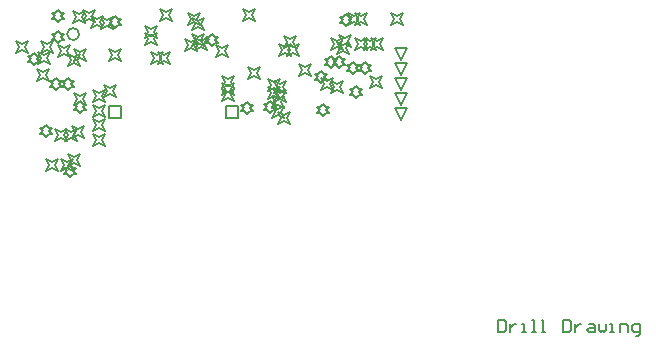
<source format=gbr>
G04 Layer_Color=2752767*
%FSLAX45Y45*%
%MOMM*%
%TF.FileFunction,Drawing*%
%TF.Part,Single*%
%TFFileComment,The blind Vias under BGA and Other Pads are Via-In-Pad (VIP)*%
G01*
G75*
%TA.AperFunction,NonConductor*%
%ADD39C,0.15000*%
%ADD155C,0.12700*%
%ADD156C,0.16933*%
D39*
X3599430Y-2422042D02*
Y-2522009D01*
X3649414D01*
X3666075Y-2505348D01*
Y-2438703D01*
X3649414Y-2422042D01*
X3599430D01*
X3699398Y-2455364D02*
Y-2522009D01*
Y-2488687D01*
X3716060Y-2472026D01*
X3732721Y-2455364D01*
X3749382D01*
X3799366Y-2522009D02*
X3832689D01*
X3816027D01*
Y-2455364D01*
X3799366D01*
X3882672Y-2522009D02*
X3915995D01*
X3899334D01*
Y-2422042D01*
X3882672D01*
X3965979Y-2522009D02*
X3999301D01*
X3982640D01*
Y-2422042D01*
X3965979D01*
X4149253D02*
Y-2522009D01*
X4199237D01*
X4215898Y-2505348D01*
Y-2438703D01*
X4199237Y-2422042D01*
X4149253D01*
X4249221Y-2455364D02*
Y-2522009D01*
Y-2488687D01*
X4265882Y-2472026D01*
X4282543Y-2455364D01*
X4299205D01*
X4365850D02*
X4399173D01*
X4415834Y-2472026D01*
Y-2522009D01*
X4365850D01*
X4349189Y-2505348D01*
X4365850Y-2488687D01*
X4415834D01*
X4449156Y-2455364D02*
Y-2505348D01*
X4465818Y-2522009D01*
X4482479Y-2505348D01*
X4499140Y-2522009D01*
X4515801Y-2505348D01*
Y-2455364D01*
X4549124Y-2522009D02*
X4582447D01*
X4565786D01*
Y-2455364D01*
X4549124D01*
X4632431Y-2522009D02*
Y-2455364D01*
X4682415D01*
X4699076Y-2472026D01*
Y-2522009D01*
X4765721Y-2555332D02*
X4782382D01*
X4799043Y-2538671D01*
Y-2455364D01*
X4749060D01*
X4732398Y-2472026D01*
Y-2505348D01*
X4749060Y-2522009D01*
X4799043D01*
D155*
X1293831Y-714410D02*
Y-612810D01*
X1395431D01*
Y-714410D01*
X1293831D01*
X305830D02*
Y-612810D01*
X407430D01*
Y-714410D01*
X305830D01*
X2775565Y-217945D02*
X2724765Y-116345D01*
X2826365D01*
X2775565Y-217945D01*
Y-344945D02*
X2724765Y-243345D01*
X2826365D01*
X2775565Y-344945D01*
Y-471945D02*
X2724765Y-370345D01*
X2826365D01*
X2775565Y-471945D01*
Y-598945D02*
X2724765Y-497345D01*
X2826365D01*
X2775565Y-598945D01*
Y-725945D02*
X2724765Y-624345D01*
X2826365D01*
X2775565Y-725945D01*
X2253200Y-289900D02*
X2278600Y-264500D01*
X2304000D01*
X2278600Y-239100D01*
X2304000Y-213700D01*
X2278600D01*
X2253200Y-188300D01*
X2227800Y-213700D01*
X2202400D01*
X2227800Y-239100D01*
X2202400Y-264500D01*
X2227800D01*
X2253200Y-289900D01*
X-45171Y-272819D02*
X-19771Y-222019D01*
X-45171Y-171219D01*
X5629Y-196619D01*
X56429Y-171219D01*
X31029Y-222019D01*
X56429Y-272819D01*
X5629Y-247419D01*
X-45171Y-272819D01*
X350629Y55586D02*
X376029Y80986D01*
X401429D01*
X376029Y106386D01*
X401429Y131786D01*
X376029D01*
X350629Y157186D01*
X325229Y131786D01*
X299829D01*
X325229Y106386D01*
X299829Y80986D01*
X325229D01*
X350629Y55586D01*
X83300Y100500D02*
X108700Y151300D01*
X83300Y202100D01*
X134100Y176700D01*
X184900Y202100D01*
X159500Y151300D01*
X184900Y100500D01*
X134100Y125900D01*
X83300Y100500D01*
X257900Y-529400D02*
X283300Y-478600D01*
X257900Y-427800D01*
X308700Y-453200D01*
X359500Y-427800D01*
X334100Y-478600D01*
X359500Y-529400D01*
X308700Y-504000D01*
X257900Y-529400D01*
X609829Y-35854D02*
X635229Y14946D01*
X609829Y65746D01*
X660629Y40346D01*
X711429Y65746D01*
X686029Y14946D01*
X711429Y-35854D01*
X660629Y-10454D01*
X609829Y-35854D01*
Y-88994D02*
X635229Y-38194D01*
X609829Y12606D01*
X660629Y-12794D01*
X711429Y12606D01*
X686029Y-38194D01*
X711429Y-88994D01*
X660629Y-63594D01*
X609829Y-88994D01*
X2464276Y-135993D02*
X2489676Y-85193D01*
X2464276Y-34393D01*
X2515076Y-59793D01*
X2565876Y-34393D01*
X2540476Y-85193D01*
X2565876Y-135993D01*
X2515076Y-110593D01*
X2464276Y-135993D01*
X2384629Y-136844D02*
X2410029Y-86044D01*
X2384629Y-35244D01*
X2435429Y-60644D01*
X2486229Y-35244D01*
X2460829Y-86044D01*
X2486229Y-136844D01*
X2435429Y-111444D01*
X2384629Y-136844D01*
X2521085Y-135853D02*
X2546485Y-85053D01*
X2521085Y-34253D01*
X2571885Y-59653D01*
X2622685Y-34253D01*
X2597285Y-85053D01*
X2622685Y-135853D01*
X2571885Y-110453D01*
X2521085Y-135853D01*
X2252549Y-107441D02*
X2277949Y-56641D01*
X2252549Y-5841D01*
X2303349Y-31241D01*
X2354149Y-5841D01*
X2328749Y-56641D01*
X2354149Y-107441D01*
X2303349Y-82041D01*
X2252549Y-107441D01*
X2230652Y-172129D02*
X2256052Y-121329D01*
X2230652Y-70529D01*
X2281452Y-95929D01*
X2332252Y-70529D01*
X2306852Y-121329D01*
X2332252Y-172129D01*
X2281452Y-146729D01*
X2230652Y-172129D01*
X2310000Y72200D02*
X2335400Y97600D01*
X2360800D01*
X2335400Y123000D01*
X2360800Y148400D01*
X2335400D01*
X2310000Y173800D01*
X2284600Y148400D01*
X2259200D01*
X2284600Y123000D01*
X2259200Y97600D01*
X2284600D01*
X2310000Y72200D01*
X1434421Y113831D02*
X1459821Y164631D01*
X1434421Y215431D01*
X1485221Y190031D01*
X1536021Y215431D01*
X1510621Y164631D01*
X1536021Y113831D01*
X1485221Y139231D01*
X1434421Y113831D01*
X1209400Y-193163D02*
X1234800Y-142363D01*
X1209400Y-91563D01*
X1260200Y-116963D01*
X1311000Y-91563D01*
X1285600Y-142363D01*
X1311000Y-193163D01*
X1260200Y-167763D01*
X1209400Y-193163D01*
X975688Y78483D02*
X1001088Y129283D01*
X975688Y180083D01*
X1026488Y154683D01*
X1077288Y180083D01*
X1051888Y129283D01*
X1077288Y78483D01*
X1026488Y103883D01*
X975688Y78483D01*
X1811415Y-182016D02*
X1836815Y-131216D01*
X1811415Y-80416D01*
X1862215Y-105816D01*
X1913015Y-80416D01*
X1887615Y-131216D01*
X1913015Y-182016D01*
X1862215Y-156616D01*
X1811415Y-182016D01*
X1740687D02*
X1766087Y-131216D01*
X1740687Y-80416D01*
X1791487Y-105816D01*
X1842287Y-80416D01*
X1816887Y-131216D01*
X1842287Y-182016D01*
X1791487Y-156616D01*
X1740687Y-182016D01*
X2327351Y74521D02*
X2352751Y125321D01*
X2327351Y176121D01*
X2378151Y150721D01*
X2428951Y176121D01*
X2403551Y125321D01*
X2428951Y74521D01*
X2378151Y99921D01*
X2327351Y74521D01*
X2390463Y75956D02*
X2415863Y126756D01*
X2390463Y177556D01*
X2441263Y152156D01*
X2492063Y177556D01*
X2466663Y126756D01*
X2492063Y75956D01*
X2441263Y101356D01*
X2390463Y75956D01*
X1482929Y-381356D02*
X1508329Y-330556D01*
X1482929Y-279756D01*
X1533729Y-305156D01*
X1584529Y-279756D01*
X1559129Y-330556D01*
X1584529Y-381356D01*
X1533729Y-355956D01*
X1482929Y-381356D01*
X299829Y-229414D02*
X325229Y-178614D01*
X299829Y-127814D01*
X350629Y-153214D01*
X401429Y-127814D01*
X376029Y-178614D01*
X401429Y-229414D01*
X350629Y-204014D01*
X299829Y-229414D01*
X660569Y-256104D02*
X685969Y-205304D01*
X660569Y-154504D01*
X711369Y-179904D01*
X762169Y-154504D01*
X736769Y-205304D01*
X762169Y-256104D01*
X711369Y-230704D01*
X660569Y-256104D01*
X2099377Y-470854D02*
X2124777Y-420054D01*
X2099377Y-369254D01*
X2150177Y-394654D01*
X2200977Y-369254D01*
X2175577Y-420054D01*
X2200977Y-470854D01*
X2150177Y-445454D01*
X2099377Y-470854D01*
X1671000Y-668400D02*
X1696400Y-643000D01*
X1721800D01*
X1696400Y-617600D01*
X1721800Y-592200D01*
X1696400D01*
X1671000Y-566800D01*
X1645600Y-592200D01*
X1620200D01*
X1645600Y-617600D01*
X1620200Y-643000D01*
X1645600D01*
X1671000Y-668400D01*
X1736883Y-760409D02*
X1762283Y-709609D01*
X1736883Y-658809D01*
X1787683Y-684209D01*
X1838483Y-658809D01*
X1813083Y-709609D01*
X1838483Y-760409D01*
X1787683Y-735009D01*
X1736883Y-760409D01*
X2096692Y-411674D02*
X2122092Y-386274D01*
X2147492D01*
X2122092Y-360874D01*
X2147492Y-335474D01*
X2122092D01*
X2096692Y-310074D01*
X2071292Y-335474D01*
X2045892D01*
X2071292Y-360874D01*
X2045892Y-386274D01*
X2071292D01*
X2096692Y-411674D01*
X1682817Y-711502D02*
X1708217Y-660702D01*
X1682817Y-609902D01*
X1733617Y-635302D01*
X1784417Y-609902D01*
X1759017Y-660702D01*
X1784417Y-711502D01*
X1733617Y-686102D01*
X1682817Y-711502D01*
X2394356Y-540111D02*
X2419756Y-514711D01*
X2445156D01*
X2419756Y-489311D01*
X2445156Y-463911D01*
X2419756D01*
X2394356Y-438511D01*
X2368956Y-463911D01*
X2343556D01*
X2368956Y-489311D01*
X2343556Y-514711D01*
X2368956D01*
X2394356Y-540111D01*
X1649510Y-483635D02*
X1674910Y-432835D01*
X1649510Y-382035D01*
X1700310Y-407435D01*
X1751110Y-382035D01*
X1725710Y-432835D01*
X1751110Y-483635D01*
X1700310Y-458235D01*
X1649510Y-483635D01*
X2186509Y-132685D02*
X2211909Y-81885D01*
X2186509Y-31085D01*
X2237309Y-56485D01*
X2288109Y-31085D01*
X2262709Y-81885D01*
X2288109Y-132685D01*
X2237309Y-107285D01*
X2186509Y-132685D01*
X1785956Y-121989D02*
X1811356Y-71189D01*
X1785956Y-20389D01*
X1836756Y-45789D01*
X1887556Y-20389D01*
X1862156Y-71189D01*
X1887556Y-121989D01*
X1836756Y-96589D01*
X1785956Y-121989D01*
X2185250Y-289900D02*
X2210650Y-264500D01*
X2236050D01*
X2210650Y-239100D01*
X2236050Y-213700D01*
X2210650D01*
X2185250Y-188300D01*
X2159850Y-213700D01*
X2134450D01*
X2159850Y-239100D01*
X2134450Y-264500D01*
X2159850D01*
X2185250Y-289900D01*
X2470719Y-339584D02*
X2496119Y-314184D01*
X2521519D01*
X2496119Y-288784D01*
X2521519Y-263384D01*
X2496119D01*
X2470719Y-237984D01*
X2445319Y-263384D01*
X2419919D01*
X2445319Y-288784D01*
X2419919Y-314184D01*
X2445319D01*
X2470719Y-339584D01*
X1257911Y-569122D02*
X1283311Y-518322D01*
X1257911Y-467522D01*
X1308711Y-492922D01*
X1359511Y-467522D01*
X1334111Y-518322D01*
X1359511Y-569122D01*
X1308711Y-543722D01*
X1257911Y-569122D01*
X2695719Y75957D02*
X2721119Y126757D01*
X2695719Y177557D01*
X2746519Y152157D01*
X2797319Y177557D01*
X2771919Y126757D01*
X2797319Y75957D01*
X2746519Y101357D01*
X2695719Y75957D01*
X-270171Y-159414D02*
X-244771Y-108614D01*
X-270171Y-57814D01*
X-219371Y-83214D01*
X-168571Y-57814D01*
X-193971Y-108614D01*
X-168571Y-159414D01*
X-219371Y-134014D01*
X-270171Y-159414D01*
X-230171Y-1159414D02*
X-204771Y-1108614D01*
X-230171Y-1057814D01*
X-179371Y-1083214D01*
X-128571Y-1057814D01*
X-153971Y-1108614D01*
X-128571Y-1159414D01*
X-179371Y-1134014D01*
X-230171Y-1159414D01*
X-2351Y96876D02*
X23049Y147676D01*
X-2351Y198476D01*
X48449Y173076D01*
X99249Y198476D01*
X73849Y147676D01*
X99249Y96876D01*
X48449Y122276D01*
X-2351Y96876D01*
X1257911Y-514010D02*
X1283311Y-463210D01*
X1257911Y-412410D01*
X1308711Y-437810D01*
X1359511Y-412410D01*
X1334111Y-463210D01*
X1359511Y-514010D01*
X1308711Y-488610D01*
X1257911Y-514010D01*
X-227400Y-873100D02*
X-202000Y-847700D01*
X-176600D01*
X-202000Y-822300D01*
X-176600Y-796900D01*
X-202000D01*
X-227400Y-771500D01*
X-252800Y-796900D01*
X-278200D01*
X-252800Y-822300D01*
X-278200Y-847700D01*
X-252800D01*
X-227400Y-873100D01*
X-124381Y98676D02*
X-98981Y124076D01*
X-73581D01*
X-98981Y149476D01*
X-73581Y174876D01*
X-98981D01*
X-124381Y200276D01*
X-149781Y174876D01*
X-175181D01*
X-149781Y149476D01*
X-175181Y124076D01*
X-149781D01*
X-124381Y98676D01*
X-39401Y-472104D02*
X-14001Y-446704D01*
X11399D01*
X-14001Y-421304D01*
X11399Y-395904D01*
X-14001D01*
X-39401Y-370504D01*
X-64801Y-395904D01*
X-90201D01*
X-64801Y-421304D01*
X-90201Y-446704D01*
X-64801D01*
X-39401Y-472104D01*
X-144201Y-470864D02*
X-118801Y-445464D01*
X-93401D01*
X-118801Y-420064D01*
X-93401Y-394664D01*
X-118801D01*
X-144201Y-369264D01*
X-169601Y-394664D01*
X-195001D01*
X-169601Y-420064D01*
X-195001Y-445464D01*
X-169601D01*
X-144201Y-470864D01*
X2369599Y-337624D02*
X2394999Y-312224D01*
X2420399D01*
X2394999Y-286824D01*
X2420399Y-261424D01*
X2394999D01*
X2369599Y-236024D01*
X2344199Y-261424D01*
X2318799D01*
X2344199Y-286824D01*
X2318799Y-312224D01*
X2344199D01*
X2369599Y-337624D01*
X1471937Y-680786D02*
X1497337Y-655386D01*
X1522737D01*
X1497337Y-629986D01*
X1522737Y-604586D01*
X1497337D01*
X1471937Y-579186D01*
X1446537Y-604586D01*
X1421137D01*
X1446537Y-629986D01*
X1421137Y-655386D01*
X1446537D01*
X1471937Y-680786D01*
X2116320Y-695170D02*
X2141720Y-669770D01*
X2167120D01*
X2141720Y-644370D01*
X2167120Y-618970D01*
X2141720D01*
X2116320Y-593570D01*
X2090920Y-618970D01*
X2065520D01*
X2090920Y-644370D01*
X2065520Y-669770D01*
X2090920D01*
X2116320Y-695170D01*
X1908835Y-357103D02*
X1934235Y-306303D01*
X1908835Y-255503D01*
X1959635Y-280903D01*
X2010435Y-255503D01*
X1985035Y-306303D01*
X2010435Y-357103D01*
X1959635Y-331703D01*
X1908835Y-357103D01*
X169829Y-824414D02*
X195229Y-773614D01*
X169829Y-722814D01*
X220629Y-748214D01*
X271429Y-722814D01*
X246029Y-773614D01*
X271429Y-824414D01*
X220629Y-799014D01*
X169829Y-824414D01*
X-302256Y-397914D02*
X-276856Y-347114D01*
X-302256Y-296314D01*
X-251456Y-321714D01*
X-200656Y-296314D01*
X-226056Y-347114D01*
X-200656Y-397914D01*
X-251456Y-372514D01*
X-302256Y-397914D01*
X-332200Y-262300D02*
X-306800Y-236900D01*
X-281400D01*
X-306800Y-211500D01*
X-281400Y-186100D01*
X-306800D01*
X-332200Y-160700D01*
X-357600Y-186100D01*
X-383000D01*
X-357600Y-211500D01*
X-383000Y-236900D01*
X-357600D01*
X-332200Y-262300D01*
X-299706Y-251384D02*
X-274306Y-200584D01*
X-299706Y-149784D01*
X-248906Y-175184D01*
X-198106Y-149784D01*
X-223506Y-200584D01*
X-198106Y-251384D01*
X-248906Y-225984D01*
X-299706Y-251384D01*
X-480171Y-159414D02*
X-454771Y-108614D01*
X-480171Y-57814D01*
X-429371Y-83214D01*
X-378571Y-57814D01*
X-403971Y-108614D01*
X-378571Y-159414D01*
X-429371Y-134014D01*
X-480171Y-159414D01*
X1029434Y-137875D02*
X1054834Y-87075D01*
X1029434Y-36275D01*
X1080234Y-61675D01*
X1131034Y-36275D01*
X1105634Y-87075D01*
X1131034Y-137875D01*
X1080234Y-112475D01*
X1029434Y-137875D01*
X1171979Y-100014D02*
X1197379Y-74614D01*
X1222779D01*
X1197379Y-49214D01*
X1222779Y-23814D01*
X1197379D01*
X1171979Y1586D01*
X1146579Y-23814D01*
X1121179D01*
X1146579Y-49214D01*
X1121179Y-74614D01*
X1146579D01*
X1171979Y-100014D01*
X153029Y47496D02*
X178429Y98296D01*
X153029Y149096D01*
X203829Y123696D01*
X254629Y149096D01*
X229229Y98296D01*
X254629Y47496D01*
X203829Y72896D01*
X153029Y47496D01*
X235730Y46600D02*
X261130Y97400D01*
X235730Y148200D01*
X286530Y122800D01*
X337330Y148200D01*
X311930Y97400D01*
X337330Y46600D01*
X286530Y72000D01*
X235730Y46600D01*
X167033Y-571618D02*
X192433Y-520818D01*
X167033Y-470018D01*
X217833Y-495418D01*
X268633Y-470018D01*
X243233Y-520818D01*
X268633Y-571618D01*
X217833Y-546218D01*
X167033Y-571618D01*
X-104976Y-1160440D02*
X-79576Y-1109640D01*
X-104976Y-1058840D01*
X-54176Y-1084240D01*
X-3376Y-1058840D01*
X-28776Y-1109640D01*
X-3376Y-1160440D01*
X-54176Y-1135040D01*
X-104976Y-1160440D01*
X169829Y-949414D02*
X195229Y-898614D01*
X169829Y-847814D01*
X220629Y-873214D01*
X271429Y-847814D01*
X246029Y-898614D01*
X271429Y-949414D01*
X220629Y-924014D01*
X169829Y-949414D01*
Y-699414D02*
X195229Y-648614D01*
X169829Y-597814D01*
X220629Y-623214D01*
X271429Y-597814D01*
X246029Y-648614D01*
X271429Y-699414D01*
X220629Y-674014D01*
X169829Y-699414D01*
X58249Y-664764D02*
X83649Y-639364D01*
X109049D01*
X83649Y-613964D01*
X109049Y-588564D01*
X83649D01*
X58249Y-563164D01*
X32849Y-588564D01*
X7449D01*
X32849Y-613964D01*
X7449Y-639364D01*
X32849D01*
X58249Y-664764D01*
X-154350Y-908593D02*
X-128950Y-857793D01*
X-154350Y-806993D01*
X-103550Y-832393D01*
X-52750Y-806993D01*
X-78150Y-857793D01*
X-52750Y-908593D01*
X-103550Y-883193D01*
X-154350Y-908593D01*
X-65680Y-908430D02*
X-40280Y-857630D01*
X-65680Y-806830D01*
X-14880Y-832230D01*
X35920Y-806830D01*
X10520Y-857630D01*
X35920Y-908430D01*
X-14880Y-883030D01*
X-65680Y-908430D01*
X-28550Y-1213030D02*
X-3150Y-1187630D01*
X22250D01*
X-3150Y-1162230D01*
X22250Y-1136830D01*
X-3150D01*
X-28550Y-1111430D01*
X-53950Y-1136830D01*
X-79350D01*
X-53950Y-1162230D01*
X-79350Y-1187630D01*
X-53950D01*
X-28550Y-1213030D01*
X-39268Y-1117898D02*
X-13868Y-1067098D01*
X-39268Y-1016298D01*
X11532Y-1041698D01*
X62332Y-1016298D01*
X36932Y-1067098D01*
X62332Y-1117898D01*
X11532Y-1092498D01*
X-39268Y-1117898D01*
X-10916Y-881661D02*
X14484Y-830861D01*
X-10916Y-780061D01*
X39884Y-805461D01*
X90684Y-780061D01*
X65284Y-830861D01*
X90684Y-881661D01*
X39884Y-856261D01*
X-10916Y-881661D01*
X7499Y-599504D02*
X32899Y-548704D01*
X7499Y-497904D01*
X58299Y-523304D01*
X109099Y-497904D01*
X83699Y-548704D01*
X109099Y-599504D01*
X58299Y-574104D01*
X7499Y-599504D01*
X716920Y-256250D02*
X742320Y-205450D01*
X716920Y-154650D01*
X767720Y-180050D01*
X818520Y-154650D01*
X793120Y-205450D01*
X818520Y-256250D01*
X767720Y-230850D01*
X716920Y-256250D01*
X951311Y-140271D02*
X976711Y-89471D01*
X951311Y-38671D01*
X1002111Y-64071D01*
X1052911Y-38671D01*
X1027511Y-89471D01*
X1052911Y-140271D01*
X1002111Y-114871D01*
X951311Y-140271D01*
X1002590Y-97164D02*
X1027990Y-46364D01*
X1002590Y4436D01*
X1053390Y-20964D01*
X1104190Y4436D01*
X1078790Y-46364D01*
X1104190Y-97164D01*
X1053390Y-71764D01*
X1002590Y-97164D01*
X-130071Y-77754D02*
X-104671Y-52354D01*
X-79271D01*
X-104671Y-26954D01*
X-79271Y-1554D01*
X-104671D01*
X-130071Y23846D01*
X-155471Y-1554D01*
X-180871D01*
X-155471Y-26954D01*
X-180871Y-52354D01*
X-155471D01*
X-130071Y-77754D01*
X4857Y-223950D02*
X30257Y-173150D01*
X4857Y-122350D01*
X55657Y-147750D01*
X106457Y-122350D01*
X81057Y-173150D01*
X106457Y-223950D01*
X55657Y-198550D01*
X4857Y-223950D01*
X-130388Y-192949D02*
X-104988Y-142149D01*
X-130388Y-91349D01*
X-79588Y-116749D01*
X-28788Y-91349D01*
X-54188Y-142149D01*
X-28788Y-192949D01*
X-79588Y-167549D01*
X-130388Y-192949D01*
X734647Y109311D02*
X760047Y160111D01*
X734647Y210911D01*
X785447Y185511D01*
X836247Y210911D01*
X810847Y160111D01*
X836247Y109311D01*
X785447Y134711D01*
X734647Y109311D01*
X1008355Y37169D02*
X1033755Y87969D01*
X1008355Y138769D01*
X1059155Y113369D01*
X1109955Y138769D01*
X1084555Y87969D01*
X1109955Y37169D01*
X1059155Y62569D01*
X1008355Y37169D01*
X2183590Y-496600D02*
X2208990Y-445800D01*
X2183590Y-395000D01*
X2234390Y-420400D01*
X2285190Y-395000D01*
X2259790Y-445800D01*
X2285190Y-496600D01*
X2234390Y-471200D01*
X2183590Y-496600D01*
X2513047Y-457109D02*
X2538447Y-406309D01*
X2513047Y-355509D01*
X2563847Y-380909D01*
X2614647Y-355509D01*
X2589247Y-406309D01*
X2614647Y-457109D01*
X2563847Y-431709D01*
X2513047Y-457109D01*
X1698673Y-576189D02*
X1724073Y-525389D01*
X1698673Y-474589D01*
X1749473Y-499989D01*
X1800273Y-474589D01*
X1774873Y-525389D01*
X1800273Y-576189D01*
X1749473Y-550789D01*
X1698673Y-576189D01*
X1649391Y-550680D02*
X1674791Y-499880D01*
X1649391Y-449080D01*
X1700191Y-474480D01*
X1750991Y-449080D01*
X1725591Y-499880D01*
X1750991Y-550680D01*
X1700191Y-525280D01*
X1649391Y-550680D01*
X1682817Y-629039D02*
X1708217Y-578239D01*
X1682817Y-527439D01*
X1733617Y-552839D01*
X1784417Y-527439D01*
X1759017Y-578239D01*
X1784417Y-629039D01*
X1733617Y-603639D01*
X1682817Y-629039D01*
X1257911Y-460799D02*
X1283311Y-409999D01*
X1257911Y-359199D01*
X1308711Y-384599D01*
X1359511Y-359199D01*
X1334111Y-409999D01*
X1359511Y-460799D01*
X1308711Y-435399D01*
X1257911Y-460799D01*
X1701400Y-498300D02*
X1726800Y-447500D01*
X1701400Y-396700D01*
X1752200Y-422100D01*
X1803000Y-396700D01*
X1777600Y-447500D01*
X1803000Y-498300D01*
X1752200Y-472900D01*
X1701400Y-498300D01*
D156*
X50800Y0D02*
G03*
X50800Y0I-50800J0D01*
G01*
%TF.MD5,13ea4e5e76b5ca3f787b3d56b086e5d8*%
M02*

</source>
